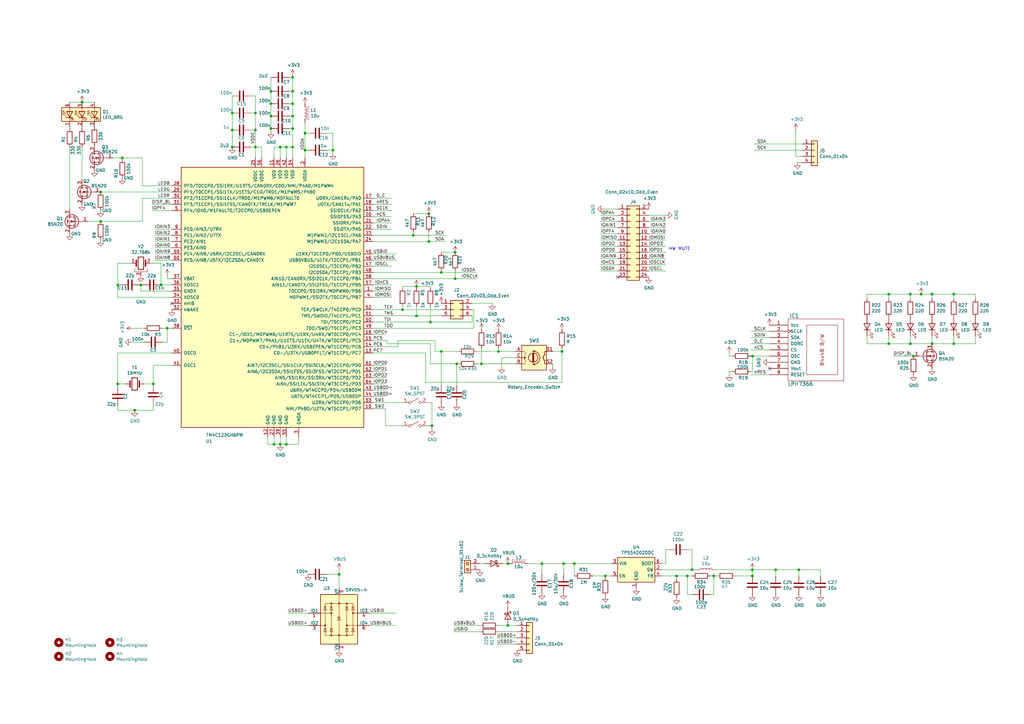
<source format=kicad_sch>
(kicad_sch (version 20211123) (generator eeschema)
  (paper "A3")
  (junction (at 95.25 46.355))
  (junction (at 48.26 157.48))
  (junction (at 382.27 140.97))
  (junction (at 391.16 140.97))
  (junction (at 187.325 149.225))
  (junction (at 175.895 99.06))
  (junction (at 180.975 111.76))
  (junction (at 197.485 149.225))
  (junction (at 177.165 174.625))
  (junction (at 125.095 54.61))
  (junction (at 327.66 233.68))
  (junction (at 186.69 114.3))
  (junction (at 136.525 61.595))
  (junction (at 62.865 157.48))
  (junction (at 33.655 41.91))
  (junction (at 57.785 116.84))
  (junction (at 308.61 233.68))
  (junction (at 139.065 235.585))
  (junction (at 208.28 231.14))
  (junction (at 111.125 52.705))
  (junction (at 117.475 60.325))
  (junction (at 318.135 233.68))
  (junction (at 248.285 236.22))
  (junction (at 231.14 231.14))
  (junction (at 170.815 129.54))
  (junction (at 308.61 146.05))
  (junction (at 391.16 120.65))
  (junction (at 175.895 87.63))
  (junction (at 208.28 256.54))
  (junction (at 50.165 64.77))
  (junction (at 170.815 117.475))
  (junction (at 125.095 61.595))
  (junction (at 95.25 60.325))
  (junction (at 111.125 37.465))
  (junction (at 41.275 78.74))
  (junction (at 283.845 233.68))
  (junction (at 66.04 116.84))
  (junction (at 204.47 144.145))
  (junction (at 41.275 90.805))
  (junction (at 277.495 236.22))
  (junction (at 104.775 53.34))
  (junction (at 104.775 46.355))
  (junction (at 180.975 144.145))
  (junction (at 55.245 168.275))
  (junction (at 235.585 231.14))
  (junction (at 230.505 144.145))
  (junction (at 120.015 37.465))
  (junction (at 120.015 60.325))
  (junction (at 120.015 42.545))
  (junction (at 117.475 182.245))
  (junction (at 112.395 182.245))
  (junction (at 377.825 120.65))
  (junction (at 111.125 42.545))
  (junction (at 165.1 127))
  (junction (at 308.61 236.22))
  (junction (at 292.735 236.22))
  (junction (at 382.27 120.65))
  (junction (at 373.38 140.97))
  (junction (at 114.935 60.325))
  (junction (at 364.49 140.97))
  (junction (at 48.26 116.84))
  (junction (at 373.38 120.65))
  (junction (at 222.25 231.14))
  (junction (at 120.015 31.75))
  (junction (at 114.935 182.245))
  (junction (at 111.125 47.625))
  (junction (at 374.65 146.05))
  (junction (at 364.49 120.65))
  (junction (at 120.015 52.705))
  (junction (at 169.545 96.52))
  (junction (at 95.25 53.34))
  (junction (at 281.94 236.22))
  (junction (at 104.775 60.325))
  (junction (at 68.58 134.62))
  (junction (at 186.69 103.505))
  (junction (at 176.53 132.08))
  (junction (at 120.015 47.625))
  (no_connect (at 315.595 151.13))
  (no_connect (at 253.365 113.665))
  (no_connect (at 70.485 124.46))
  (wire (pts (xy 204.47 144.145) (xy 211.455 144.145)))
  (wire (pts (xy 230.505 142.875) (xy 230.505 144.145)))
  (wire (pts (xy 180.975 111.76) (xy 180.975 111.125)))
  (wire (pts (xy 104.775 60.325) (xy 102.87 60.325)))
  (wire (pts (xy 169.545 96.52) (xy 182.88 96.52)))
  (wire (pts (xy 104.775 39.37) (xy 104.775 46.355)))
  (wire (pts (xy 208.28 256.54) (xy 212.09 256.54)))
  (wire (pts (xy 126.365 61.595) (xy 125.095 61.595)))
  (wire (pts (xy 153.035 116.84) (xy 160.655 116.84)))
  (wire (pts (xy 373.38 120.65) (xy 377.825 120.65)))
  (wire (pts (xy 62.865 157.48) (xy 62.865 158.115)))
  (wire (pts (xy 153.035 119.38) (xy 160.655 119.38)))
  (wire (pts (xy 133.985 235.585) (xy 139.065 235.585)))
  (wire (pts (xy 391.16 120.65) (xy 400.05 120.65)))
  (wire (pts (xy 326.39 64.135) (xy 326.39 53.34)))
  (wire (pts (xy 118.745 37.465) (xy 120.015 37.465)))
  (wire (pts (xy 253.365 108.585) (xy 246.38 108.585)))
  (wire (pts (xy 58.42 81.28) (xy 70.485 81.28)))
  (wire (pts (xy 266.065 98.425) (xy 273.05 98.425)))
  (wire (pts (xy 153.035 96.52) (xy 169.545 96.52)))
  (wire (pts (xy 117.475 60.325) (xy 120.015 60.325)))
  (wire (pts (xy 111.125 52.705) (xy 111.125 47.625)))
  (wire (pts (xy 197.485 142.875) (xy 197.485 149.225)))
  (wire (pts (xy 196.85 256.54) (xy 186.055 256.54)))
  (wire (pts (xy 400.05 140.97) (xy 391.16 140.97)))
  (wire (pts (xy 126.365 251.46) (xy 118.11 251.46)))
  (wire (pts (xy 187.325 158.115) (xy 187.325 149.225)))
  (wire (pts (xy 196.85 231.14) (xy 198.755 231.14)))
  (wire (pts (xy 112.395 64.77) (xy 112.395 60.325)))
  (wire (pts (xy 158.115 174.625) (xy 165.1 174.625)))
  (wire (pts (xy 104.775 60.325) (xy 107.315 60.325)))
  (wire (pts (xy 315.595 146.05) (xy 308.61 146.05)))
  (wire (pts (xy 382.27 137.795) (xy 382.27 140.97)))
  (wire (pts (xy 301.625 236.22) (xy 308.61 236.22)))
  (wire (pts (xy 170.815 129.54) (xy 180.975 129.54)))
  (wire (pts (xy 318.135 233.68) (xy 327.66 233.68)))
  (wire (pts (xy 205.74 146.685) (xy 205.74 150.495)))
  (wire (pts (xy 193.675 132.08) (xy 193.675 129.54)))
  (wire (pts (xy 153.035 160.02) (xy 158.115 160.02)))
  (wire (pts (xy 70.485 99.06) (xy 63.5 99.06)))
  (wire (pts (xy 253.365 90.805) (xy 246.38 90.805)))
  (wire (pts (xy 291.465 243.84) (xy 292.735 243.84)))
  (wire (pts (xy 117.475 179.07) (xy 117.475 182.245)))
  (wire (pts (xy 177.165 174.625) (xy 177.165 175.895)))
  (wire (pts (xy 62.865 149.86) (xy 62.865 157.48)))
  (wire (pts (xy 308.61 236.22) (xy 308.61 233.68)))
  (wire (pts (xy 70.485 144.78) (xy 48.26 144.78)))
  (wire (pts (xy 235.585 231.14) (xy 235.585 236.22)))
  (wire (pts (xy 70.485 149.86) (xy 62.865 149.86)))
  (wire (pts (xy 300.355 146.05) (xy 299.085 146.05)))
  (wire (pts (xy 273.05 225.425) (xy 274.32 225.425)))
  (wire (pts (xy 194.31 134.62) (xy 194.31 127)))
  (wire (pts (xy 70.485 121.92) (xy 48.26 121.92)))
  (wire (pts (xy 48.26 168.275) (xy 55.245 168.275)))
  (wire (pts (xy 153.035 132.08) (xy 176.53 132.08)))
  (wire (pts (xy 139.065 235.585) (xy 139.065 241.3)))
  (wire (pts (xy 95.25 39.37) (xy 95.25 46.355)))
  (wire (pts (xy 114.935 60.325) (xy 117.475 60.325)))
  (wire (pts (xy 382.27 122.555) (xy 382.27 120.65)))
  (wire (pts (xy 153.035 81.28) (xy 160.655 81.28)))
  (wire (pts (xy 186.69 114.3) (xy 186.69 111.125)))
  (wire (pts (xy 315.595 138.43) (xy 307.975 138.43)))
  (wire (pts (xy 158.115 167.64) (xy 158.115 174.625)))
  (wire (pts (xy 33.655 52.705) (xy 33.655 52.07)))
  (wire (pts (xy 180.975 111.76) (xy 195.58 111.76)))
  (wire (pts (xy 28.575 41.91) (xy 33.655 41.91)))
  (wire (pts (xy 177.165 174.625) (xy 177.165 165.1)))
  (wire (pts (xy 162.56 256.54) (xy 151.765 256.54)))
  (wire (pts (xy 163.195 142.24) (xy 163.195 139.7)))
  (wire (pts (xy 48.26 116.84) (xy 48.26 107.95)))
  (wire (pts (xy 58.42 90.805) (xy 58.42 81.28)))
  (wire (pts (xy 169.545 87.63) (xy 175.895 87.63)))
  (wire (pts (xy 36.195 90.805) (xy 41.275 90.805)))
  (wire (pts (xy 162.56 251.46) (xy 151.765 251.46)))
  (wire (pts (xy 51.435 157.48) (xy 48.26 157.48)))
  (wire (pts (xy 315.595 140.97) (xy 307.975 140.97)))
  (wire (pts (xy 122.555 182.245) (xy 122.555 179.07)))
  (wire (pts (xy 120.015 31.115) (xy 120.015 31.75)))
  (wire (pts (xy 308.61 152.4) (xy 308.61 146.05)))
  (wire (pts (xy 250.825 236.22) (xy 248.285 236.22)))
  (wire (pts (xy 176.53 149.225) (xy 187.325 149.225)))
  (wire (pts (xy 283.845 236.22) (xy 281.94 236.22)))
  (wire (pts (xy 211.455 146.685) (xy 205.74 146.685)))
  (wire (pts (xy 49.53 116.84) (xy 48.26 116.84)))
  (wire (pts (xy 169.545 95.25) (xy 169.545 96.52)))
  (wire (pts (xy 120.015 42.545) (xy 120.015 47.625)))
  (wire (pts (xy 153.035 121.92) (xy 160.655 121.92)))
  (wire (pts (xy 111.125 47.625) (xy 111.125 42.545)))
  (wire (pts (xy 70.485 86.36) (xy 62.23 86.36)))
  (wire (pts (xy 315.595 135.89) (xy 307.975 135.89)))
  (wire (pts (xy 163.195 139.7) (xy 178.435 139.7)))
  (wire (pts (xy 299.085 146.05) (xy 299.085 144.78)))
  (wire (pts (xy 153.035 139.7) (xy 158.75 139.7)))
  (wire (pts (xy 102.87 46.355) (xy 104.775 46.355)))
  (wire (pts (xy 153.035 106.68) (xy 162.56 106.68)))
  (wire (pts (xy 299.085 152.4) (xy 299.085 153.67)))
  (wire (pts (xy 266.065 88.265) (xy 273.05 88.265)))
  (wire (pts (xy 318.135 233.68) (xy 318.135 236.22)))
  (wire (pts (xy 165.1 127) (xy 180.975 127)))
  (wire (pts (xy 158.75 139.7) (xy 158.75 140.97)))
  (wire (pts (xy 153.035 129.54) (xy 170.815 129.54)))
  (wire (pts (xy 355.6 137.795) (xy 355.6 140.97)))
  (wire (pts (xy 102.87 53.34) (xy 104.775 53.34)))
  (wire (pts (xy 266.065 111.125) (xy 273.05 111.125)))
  (wire (pts (xy 187.325 149.225) (xy 187.96 149.225)))
  (wire (pts (xy 28.575 52.705) (xy 28.575 52.07)))
  (wire (pts (xy 253.365 95.885) (xy 246.38 95.885)))
  (wire (pts (xy 50.165 65.405) (xy 50.165 64.77)))
  (wire (pts (xy 33.655 73.66) (xy 33.655 60.325)))
  (wire (pts (xy 377.825 120.65) (xy 382.27 120.65)))
  (wire (pts (xy 158.75 140.97) (xy 176.53 140.97)))
  (wire (pts (xy 61.595 107.95) (xy 66.04 107.95)))
  (wire (pts (xy 118.745 42.545) (xy 120.015 42.545)))
  (wire (pts (xy 231.14 235.585) (xy 231.14 231.14)))
  (wire (pts (xy 266.065 93.345) (xy 273.05 93.345)))
  (wire (pts (xy 126.365 54.61) (xy 125.095 54.61)))
  (wire (pts (xy 58.42 76.2) (xy 70.485 76.2)))
  (wire (pts (xy 133.985 61.595) (xy 136.525 61.595)))
  (wire (pts (xy 111.125 42.545) (xy 111.125 37.465)))
  (wire (pts (xy 328.93 66.675) (xy 327.025 66.675)))
  (wire (pts (xy 153.035 152.4) (xy 158.115 152.4)))
  (wire (pts (xy 226.695 149.225) (xy 226.695 150.495)))
  (wire (pts (xy 315.595 153.67) (xy 307.975 153.67)))
  (wire (pts (xy 153.035 137.16) (xy 158.115 137.16)))
  (wire (pts (xy 253.365 88.265) (xy 246.38 88.265)))
  (wire (pts (xy 153.035 88.9) (xy 160.655 88.9)))
  (wire (pts (xy 117.475 64.77) (xy 117.475 60.325)))
  (wire (pts (xy 70.485 104.14) (xy 63.5 104.14)))
  (wire (pts (xy 153.035 165.1) (xy 165.1 165.1)))
  (wire (pts (xy 153.035 104.14) (xy 162.56 104.14)))
  (wire (pts (xy 104.775 46.355) (xy 104.775 53.34)))
  (wire (pts (xy 196.85 259.08) (xy 186.055 259.08)))
  (wire (pts (xy 55.245 168.275) (xy 62.865 168.275)))
  (wire (pts (xy 50.165 64.77) (xy 58.42 64.77)))
  (wire (pts (xy 327.66 233.68) (xy 336.55 233.68)))
  (wire (pts (xy 222.25 231.14) (xy 222.25 235.585)))
  (wire (pts (xy 136.525 54.61) (xy 136.525 61.595)))
  (wire (pts (xy 48.26 166.37) (xy 48.26 168.275)))
  (wire (pts (xy 104.775 53.34) (xy 104.775 60.325)))
  (wire (pts (xy 266.065 108.585) (xy 273.05 108.585)))
  (wire (pts (xy 283.845 233.68) (xy 283.845 225.425)))
  (wire (pts (xy 70.485 96.52) (xy 63.5 96.52)))
  (wire (pts (xy 114.935 179.07) (xy 114.935 182.245)))
  (wire (pts (xy 266.065 90.805) (xy 273.05 90.805)))
  (wire (pts (xy 300.355 152.4) (xy 299.085 152.4)))
  (wire (pts (xy 308.61 233.68) (xy 318.135 233.68)))
  (wire (pts (xy 165.1 117.475) (xy 170.815 117.475)))
  (wire (pts (xy 118.745 31.75) (xy 120.015 31.75)))
  (wire (pts (xy 364.49 137.795) (xy 364.49 140.97)))
  (wire (pts (xy 212.09 261.62) (xy 203.835 261.62)))
  (wire (pts (xy 120.015 47.625) (xy 120.015 52.705)))
  (wire (pts (xy 117.475 182.245) (xy 122.555 182.245)))
  (wire (pts (xy 186.69 114.3) (xy 195.58 114.3)))
  (wire (pts (xy 271.145 231.14) (xy 273.05 231.14)))
  (wire (pts (xy 70.485 101.6) (xy 63.5 101.6)))
  (wire (pts (xy 62.865 168.275) (xy 62.865 165.735)))
  (wire (pts (xy 266.065 95.885) (xy 273.05 95.885)))
  (wire (pts (xy 391.16 122.555) (xy 391.16 120.65)))
  (wire (pts (xy 208.28 231.14) (xy 206.375 231.14)))
  (wire (pts (xy 59.055 157.48) (xy 62.865 157.48)))
  (wire (pts (xy 153.035 134.62) (xy 194.31 134.62)))
  (wire (pts (xy 283.845 243.84) (xy 281.94 243.84)))
  (wire (pts (xy 180.975 103.505) (xy 186.69 103.505)))
  (wire (pts (xy 118.745 47.625) (xy 120.015 47.625)))
  (wire (pts (xy 327.66 233.68) (xy 327.66 236.22)))
  (wire (pts (xy 153.035 109.22) (xy 160.655 109.22)))
  (wire (pts (xy 136.525 61.595) (xy 136.525 62.865)))
  (wire (pts (xy 120.015 52.705) (xy 120.015 60.325)))
  (wire (pts (xy 48.26 144.78) (xy 48.26 157.48)))
  (wire (pts (xy 54.61 134.62) (xy 59.055 134.62)))
  (wire (pts (xy 193.675 124.46) (xy 201.93 124.46)))
  (wire (pts (xy 170.815 125.73) (xy 170.815 129.54)))
  (wire (pts (xy 277.495 236.22) (xy 271.145 236.22)))
  (wire (pts (xy 153.035 111.76) (xy 180.975 111.76)))
  (wire (pts (xy 58.42 64.77) (xy 58.42 76.2)))
  (wire (pts (xy 125.095 61.595) (xy 125.095 64.77)))
  (wire (pts (xy 178.435 144.145) (xy 180.975 144.145)))
  (wire (pts (xy 373.38 122.555) (xy 373.38 120.65)))
  (wire (pts (xy 373.38 140.97) (xy 382.27 140.97)))
  (wire (pts (xy 174.625 156.845) (xy 230.505 156.845)))
  (wire (pts (xy 285.75 233.68) (xy 283.845 233.68)))
  (wire (pts (xy 95.25 60.325) (xy 95.25 53.34)))
  (wire (pts (xy 46.355 64.77) (xy 50.165 64.77)))
  (wire (pts (xy 177.165 165.1) (xy 175.26 165.1)))
  (wire (pts (xy 204.47 142.875) (xy 204.47 144.145)))
  (wire (pts (xy 153.035 99.06) (xy 175.895 99.06)))
  (wire (pts (xy 266.065 100.965) (xy 273.05 100.965)))
  (wire (pts (xy 153.035 83.82) (xy 160.655 83.82)))
  (wire (pts (xy 266.065 106.045) (xy 273.05 106.045)))
  (wire (pts (xy 174.625 144.78) (xy 174.625 156.845)))
  (wire (pts (xy 153.035 93.98) (xy 160.655 93.98)))
  (wire (pts (xy 68.58 134.62) (xy 70.485 134.62)))
  (wire (pts (xy 120.015 31.75) (xy 120.015 37.465)))
  (wire (pts (xy 315.595 143.51) (xy 307.975 143.51)))
  (wire (pts (xy 70.485 114.3) (xy 68.58 114.3)))
  (wire (pts (xy 400.05 120.65) (xy 400.05 122.555)))
  (wire (pts (xy 41.275 78.74) (xy 70.485 78.74)))
  (wire (pts (xy 364.49 122.555) (xy 364.49 120.65)))
  (wire (pts (xy 176.53 125.73) (xy 176.53 132.08)))
  (wire (pts (xy 153.035 167.64) (xy 158.115 167.64)))
  (wire (pts (xy 170.815 117.475) (xy 176.53 117.475)))
  (wire (pts (xy 308.61 146.05) (xy 307.975 146.05)))
  (wire (pts (xy 307.975 152.4) (xy 308.61 152.4)))
  (wire (pts (xy 281.94 243.84) (xy 281.94 236.22)))
  (wire (pts (xy 175.895 95.25) (xy 175.895 99.06)))
  (wire (pts (xy 125.095 54.61) (xy 125.095 61.595)))
  (wire (pts (xy 273.05 231.14) (xy 273.05 225.425)))
  (wire (pts (xy 114.935 182.245) (xy 117.475 182.245)))
  (wire (pts (xy 70.485 119.38) (xy 57.785 119.38)))
  (wire (pts (xy 175.26 174.625) (xy 177.165 174.625)))
  (wire (pts (xy 153.035 86.36) (xy 160.655 86.36)))
  (wire (pts (xy 153.035 142.24) (xy 163.195 142.24)))
  (wire (pts (xy 197.485 149.225) (xy 211.455 149.225)))
  (wire (pts (xy 153.035 157.48) (xy 158.115 157.48)))
  (wire (pts (xy 70.485 83.82) (xy 62.23 83.82)))
  (wire (pts (xy 170.815 117.475) (xy 170.815 118.11)))
  (wire (pts (xy 57.785 119.38) (xy 57.785 116.84)))
  (wire (pts (xy 373.38 137.795) (xy 373.38 140.97)))
  (wire (pts (xy 271.145 233.68) (xy 283.845 233.68)))
  (wire (pts (xy 230.505 156.845) (xy 230.505 144.145)))
  (wire (pts (xy 33.655 41.91) (xy 38.735 41.91)))
  (wire (pts (xy 48.26 121.92) (xy 48.26 116.84)))
  (wire (pts (xy 253.365 93.345) (xy 246.38 93.345)))
  (wire (pts (xy 118.745 52.705) (xy 120.015 52.705)))
  (wire (pts (xy 48.26 157.48) (xy 48.26 158.75)))
  (wire (pts (xy 364.49 120.65) (xy 373.38 120.65)))
  (wire (pts (xy 253.365 111.125) (xy 246.38 111.125)))
  (wire (pts (xy 120.015 37.465) (xy 120.015 42.545)))
  (wire (pts (xy 68.58 140.335) (xy 68.58 134.62)))
  (wire (pts (xy 175.895 99.06) (xy 182.88 99.06)))
  (wire (pts (xy 111.125 37.465) (xy 111.125 31.75)))
  (wire (pts (xy 66.675 134.62) (xy 68.58 134.62)))
  (wire (pts (xy 107.315 60.325) (xy 107.315 64.77)))
  (wire (pts (xy 355.6 140.97) (xy 364.49 140.97)))
  (wire (pts (xy 109.855 182.245) (xy 112.395 182.245)))
  (wire (pts (xy 41.275 90.805) (xy 58.42 90.805)))
  (wire (pts (xy 70.485 106.68) (xy 63.5 106.68)))
  (wire (pts (xy 95.25 53.34) (xy 95.25 46.355)))
  (wire (pts (xy 165.1 125.73) (xy 165.1 127)))
  (wire (pts (xy 248.285 236.22) (xy 243.205 236.22)))
  (wire (pts (xy 355.6 120.65) (xy 364.49 120.65)))
  (wire (pts (xy 120.015 64.77) (xy 120.015 60.325)))
  (wire (pts (xy 53.975 140.335) (xy 59.055 140.335)))
  (wire (pts (xy 248.285 236.855) (xy 248.285 236.22)))
  (wire (pts (xy 253.365 106.045) (xy 246.38 106.045)))
  (wire (pts (xy 309.245 59.055) (xy 328.93 59.055)))
  (wire (pts (xy 66.675 140.335) (xy 68.58 140.335)))
  (wire (pts (xy 28.575 85.725) (xy 28.575 60.325)))
  (wire (pts (xy 266.065 103.505) (xy 273.05 103.505)))
  (wire (pts (xy 253.365 103.505) (xy 246.38 103.505)))
  (wire (pts (xy 336.55 233.68) (xy 336.55 236.22)))
  (wire (pts (xy 195.58 149.225) (xy 197.485 149.225)))
  (wire (pts (xy 153.035 91.44) (xy 160.655 91.44)))
  (wire (pts (xy 57.785 116.84) (xy 57.15 116.84)))
  (wire (pts (xy 139.065 233.68) (xy 139.065 235.585)))
  (wire (pts (xy 253.365 98.425) (xy 246.38 98.425)))
  (wire (pts (xy 216.535 231.14) (xy 222.25 231.14)))
  (wire (pts (xy 400.05 137.795) (xy 400.05 140.97)))
  (wire (pts (xy 102.87 39.37) (xy 104.775 39.37)))
  (wire (pts (xy 153.035 144.78) (xy 174.625 144.78)))
  (wire (pts (xy 195.58 144.145) (xy 204.47 144.145)))
  (wire (pts (xy 112.395 60.325) (xy 114.935 60.325)))
  (wire (pts (xy 309.245 61.595) (xy 328.93 61.595)))
  (wire (pts (xy 112.395 182.245) (xy 114.935 182.245)))
  (wire (pts (xy 153.035 154.94) (xy 158.115 154.94)))
  (wire (pts (xy 231.14 231.14) (xy 222.25 231.14)))
  (wire (pts (xy 153.035 127) (xy 165.1 127)))
  (wire (pts (xy 53.975 107.95) (xy 48.26 107.95)))
  (wire (pts (xy 277.495 237.49) (xy 277.495 236.22)))
  (wire (pts (xy 250.825 231.14) (xy 235.585 231.14)))
  (wire (pts (xy 176.53 117.475) (xy 176.53 118.11)))
  (wire (pts (xy 153.035 162.56) (xy 158.115 162.56)))
  (wire (pts (xy 294.005 236.22) (xy 292.735 236.22)))
  (wire (pts (xy 212.09 264.16) (xy 203.835 264.16)))
  (wire (pts (xy 364.49 140.97) (xy 373.38 140.97)))
  (wire (pts (xy 109.855 179.07) (xy 109.855 182.245)))
  (wire (pts (xy 355.6 122.555) (xy 355.6 120.65)))
  (wire (pts (xy 180.975 158.115) (xy 180.975 144.145)))
  (wire (pts (xy 68.58 114.3) (xy 68.58 113.03)))
  (wire (pts (xy 111.125 53.975) (xy 111.125 52.705)))
  (wire (pts (xy 283.845 225.425) (xy 281.94 225.425)))
  (wire (pts (xy 247.65 85.725) (xy 253.365 85.725)))
  (wire (pts (xy 153.035 149.86) (xy 158.115 149.86)))
  (wire (pts (xy 165.1 118.11) (xy 165.1 117.475)))
  (wire (pts (xy 58.42 116.84) (xy 57.785 116.84)))
  (wire (pts (xy 374.65 146.05) (xy 366.395 146.05)))
  (wire (pts (xy 391.16 137.795) (xy 391.16 140.97)))
  (wire (pts (xy 112.395 179.07) (xy 112.395 182.245)))
  (wire (pts (xy 292.735 243.84) (xy 292.735 236.22)))
  (wire (pts (xy 125.095 50.165) (xy 125.095 54.61)))
  (wire (pts (xy 66.04 116.84) (xy 66.04 107.95)))
  (wire (pts (xy 133.985 54.61) (xy 136.525 54.61)))
  (wire (pts (xy 104.775 64.77) (xy 104.775 60.325)))
  (wire (pts (xy 180.975 144.145) (xy 187.96 144.145)))
  (wire (pts (xy 293.37 233.68) (xy 308.61 233.68)))
  (wire (pts (xy 253.365 100.965) (xy 246.38 100.965)))
  (wire (pts (xy 391.16 140.97) (xy 382.27 140.97)))
  (wire (pts (xy 176.53 132.08) (xy 193.675 132.08)))
  (wire (pts (xy 70.485 93.98) (xy 63.5 93.98)))
  (wire (pts (xy 292.735 236.22) (xy 291.465 236.22)))
  (wire (pts (xy 126.365 256.54) (xy 118.11 256.54)))
  (wire (pts (xy 194.31 127) (xy 193.675 127)))
  (wire (pts (xy 382.27 120.65) (xy 391.16 120.65)))
  (wire (pts (xy 178.435 139.7) (xy 178.435 144.145)))
  (wire (pts (xy 70.485 116.84) (xy 66.04 116.84)))
  (wire (pts (xy 114.935 64.77) (xy 114.935 60.325)))
  (wire (pts (xy 204.47 259.08) (xy 212.09 259.08)))
  (wire (pts (xy 328.93 64.135) (xy 326.39 64.135)))
  (wire (pts (xy 153.035 114.3) (xy 186.69 114.3)))
  (wire (pts (xy 281.94 236.22) (xy 277.495 236.22)))
  (wire (pts (xy 176.53 140.97) (xy 176.53 149.225)))
  (wire (pts (xy 208.915 231.14) (xy 208.28 231.14)))
  (wire (pts (xy 231.14 231.14) (xy 235.585 231.14)))
  (wire (pts (xy 204.47 256.54) (xy 208.28 256.54)))
  (wire (pts (xy 230.505 144.145) (xy 226.695 144.145)))
  (text "HW MUTE" (at 274.32 102.87 0) (effects (font (size 1.27 1.27)) (justify left bottom)))
  (label "DISP_BL" (at 62.23 83.82 0))
  (label "IOMISO" (at 246.38 98.425 0))
  (label "IOPD3" (at 153.035 157.48 0))
  (label "nCS" (at 154.305 88.9 0))
  (label "IOMOSI" (at 266.065 98.425 0))
  (label "IOPD0" (at 246.38 103.505 0))
  (label "VDDA" (at 125.095 61.595 90))
  (label "USBVBUS" (at 151.765 256.54 0))
  (label "SDA" (at 310.515 59.055 0))
  (label "VDDC" (at 104.775 59.055 90))
  (label "D_C" (at 154.305 81.28 0))
  (label "TCK" (at 157.48 127 0))
  (label "IOSDA" (at 246.38 111.125 0))
  (label "nCS" (at 309.245 143.51 0))
  (label "nRES" (at 309.245 153.67 0))
  (label "IOPF4" (at 246.38 95.885 0))
  (label "IOPC4" (at 153.035 137.16 0))
  (label "USB0D-" (at 153.035 160.02 0))
  (label "IOAIN2" (at 266.7 93.345 0))
  (label "IOAIN2" (at 63.5 96.52 0))
  (label "TDO" (at 157.48 134.62 0))
  (label "IOAIN9" (at 63.5 104.14 0))
  (label "IOPC4" (at 246.38 90.805 0))
  (label "SCLK" (at 154.305 86.36 0))
  (label "DISP_BL" (at 366.395 146.05 0))
  (label "LEDG" (at 64.77 78.74 0))
  (label "TDI" (at 157.48 132.08 0))
  (label "IOPA4" (at 246.38 88.265 0))
  (label "SW1" (at 153.67 165.1 0))
  (label "IOPD1" (at 266.065 103.505 0))
  (label "SW2" (at 153.67 167.64 0))
  (label "IOPA4" (at 154.305 91.44 0))
  (label "IOSCLK" (at 189.23 114.3 0))
  (label "IOAIN1" (at 63.5 99.06 0))
  (label "IOPD3" (at 266.065 100.965 0))
  (label "SCK" (at 178.435 96.52 0))
  (label "USBID" (at 153.035 104.14 0))
  (label "USBID" (at 151.765 251.46 0))
  (label "D_C" (at 309.245 140.97 0))
  (label "USBID" (at 186.055 259.08 0))
  (label "nRES" (at 154.305 83.82 0))
  (label "IOAIN8" (at 266.065 106.045 0))
  (label "IOPD2" (at 246.38 100.965 0))
  (label "SDIN" (at 154.305 93.98 0))
  (label "USBVBUS" (at 186.055 256.54 0))
  (label "USB0D-" (at 203.835 264.16 0))
  (label "IOAIN3" (at 63.5 93.98 0))
  (label "IOSCLK" (at 266.065 108.585 0))
  (label "USB0D+" (at 153.035 162.56 0))
  (label "IOnCS" (at 153.67 116.84 0))
  (label "PC6" (at 153.035 142.24 0))
  (label "IOAIN3" (at 266.7 90.805 0))
  (label "IOAIN8" (at 63.5 106.68 0))
  (label "IOPD0" (at 153.035 149.86 0))
  (label "IOMOSI" (at 153.67 121.92 0))
  (label "IOAIN0" (at 63.5 101.6 0))
  (label "USB0D-" (at 118.11 251.46 0))
  (label "LEDB" (at 64.77 76.2 0))
  (label "LEDR" (at 64.77 81.28 0))
  (label "IOMISO" (at 153.67 119.38 0))
  (label "USB0D+" (at 203.835 261.62 0))
  (label "USBVBUS" (at 153.035 106.68 0))
  (label "IOAIN0" (at 266.7 95.885 0))
  (label "IOAIN9" (at 246.38 106.045 0))
  (label "IOPD1" (at 153.035 152.4 0))
  (label "IOPD2" (at 153.035 154.94 0))
  (label "SDIN" (at 309.245 138.43 0))
  (label "TMS" (at 157.48 129.54 0))
  (label "SCK" (at 310.515 61.595 0))
  (label "USB0D+" (at 118.11 256.54 0))
  (label "PC7" (at 153.035 144.78 0))
  (label "PC5" (at 153.035 139.7 0))
  (label "IOSCL" (at 153.67 109.22 0))
  (label "IOPF4" (at 62.23 86.36 0))
  (label "IOSCL" (at 266.065 111.125 0))
  (label "SCLK" (at 309.245 135.89 0))
  (label "IOnCS" (at 246.38 108.585 0))
  (label "IOSDA" (at 189.23 111.76 0))
  (label "IOAIN1" (at 246.38 93.345 0))
  (label "SDA" (at 178.435 99.06 0))
  (symbol (lib_id "sound_card_ctl-rescue:TM4C123GH6PM-tms320f") (at 109.855 124.46 0) (unit 1)
    (property "Reference" "U1" (at 85.725 180.975 0))
    (property "Value" "TM4C123GH6PM" (at 92.075 178.435 0))
    (property "Footprint" "Package_QFP:LQFP-64_10x10mm_P0.5mm" (effects hide))
    (property "Datasheet" "http://www.ti.com/lit/ds/symlink/tm4c123gh6pmc3pm.pdf" (effects hide))
  )
  (symbol (lib_id "power:GND") (at 114.935 182.245 0) (unit 1)
    (property "Reference" "#PWR02" (effects hide))
    (property "Value" "GND" (at 115.062 186.6392 0))
  )
  (symbol (lib_id "Device:C") (at 99.06 60.325 270) (unit 1)
    (property "Reference" "C1" (at 99.06 63.5 90))
    (property "Value" "2u2" (at 92.075 59.69 90))
    (property "Footprint" "Capacitor_SMD:C_0603_1608Metric_Pad1.08x0.95mm_HandSolder" (effects hide))
  )
  (symbol (lib_id "power:+3.3V") (at 120.015 31.115 0) (unit 1)
    (property "Reference" "#PWR08" (effects hide))
    (property "Value" "+3.3V" (at 120.396 26.7208 0))
  )
  (symbol (lib_id "power:GND") (at 95.25 60.325 0) (unit 1)
    (property "Reference" "#PWR01" (effects hide))
    (property "Value" "GND" (at 95.377 64.7192 0))
  )
  (symbol (lib_id "sound_card_ctl-rescue:L_Core_Ferrite-Device") (at 125.095 46.355 0) (unit 1)
    (property "Reference" "L1" (at 127.3302 45.1866 0) (effects (justify left)))
    (property "Value" "10u" (at 127.3302 47.498 0) (effects (justify left)))
    (property "Footprint" "Inductor_SMD:L_0603_1608Metric_Pad1.05x0.95mm_HandSolder" (effects hide))
  )
  (symbol (lib_id "Device:C") (at 130.175 61.595 270) (unit 1)
    (property "Reference" "C12" (at 132.715 63.5 90))
    (property "Value" "1u" (at 132.715 59.69 90))
    (property "Footprint" "Capacitor_SMD:C_0603_1608Metric_Pad1.08x0.95mm_HandSolder" (effects hide))
  )
  (symbol (lib_id "power:GND") (at 136.525 62.865 0) (unit 1)
    (property "Reference" "#PWR010" (effects hide))
    (property "Value" "GND" (at 136.652 67.2592 0))
  )
  (symbol (lib_id "power:+3.3V") (at 125.095 42.545 0) (unit 1)
    (property "Reference" "#PWR09" (effects hide))
    (property "Value" "+3.3V" (at 125.476 38.1508 0))
  )
  (symbol (lib_id "Device:C") (at 99.06 53.34 270) (unit 1)
    (property "Reference" "C6" (at 99.06 56.515 90))
    (property "Value" "1u" (at 92.71 52.07 90))
    (property "Footprint" "Capacitor_SMD:C_0603_1608Metric_Pad1.08x0.95mm_HandSolder" (effects hide))
  )
  (symbol (lib_id "Device:C") (at 99.06 46.355 270) (unit 1)
    (property "Reference" "C5" (at 99.06 49.53 90))
    (property "Value" "100n" (at 92.71 45.085 90))
    (property "Footprint" "Capacitor_SMD:C_0603_1608Metric_Pad1.08x0.95mm_HandSolder" (effects hide))
  )
  (symbol (lib_id "Device:C") (at 114.935 42.545 270) (unit 1)
    (property "Reference" "C9" (at 117.475 44.45 90))
    (property "Value" "100n" (at 108.585 41.275 90))
    (property "Footprint" "Capacitor_SMD:C_0603_1608Metric_Pad1.08x0.95mm_HandSolder" (effects hide))
  )
  (symbol (lib_id "Device:C") (at 114.935 47.625 270) (unit 1)
    (property "Reference" "C10" (at 117.475 49.53 90))
    (property "Value" "100n" (at 108.585 46.355 90))
    (property "Footprint" "Capacitor_SMD:C_0603_1608Metric_Pad1.08x0.95mm_HandSolder" (effects hide))
  )
  (symbol (lib_id "Device:C") (at 114.935 52.705 270) (unit 1)
    (property "Reference" "C11" (at 117.475 54.61 90))
    (property "Value" "100n" (at 108.585 51.435 90))
    (property "Footprint" "Capacitor_SMD:C_0603_1608Metric_Pad1.08x0.95mm_HandSolder" (effects hide))
  )
  (symbol (lib_id "Device:C") (at 114.935 37.465 270) (unit 1)
    (property "Reference" "C8" (at 117.475 39.37 90))
    (property "Value" "100n" (at 108.585 36.195 90))
    (property "Footprint" "Capacitor_SMD:C_0603_1608Metric_Pad1.08x0.95mm_HandSolder" (effects hide))
  )
  (symbol (lib_id "Device:C") (at 114.935 31.75 270) (unit 1)
    (property "Reference" "C7" (at 117.475 33.655 90))
    (property "Value" "2u2" (at 107.95 31.115 90))
    (property "Footprint" "Capacitor_SMD:C_0603_1608Metric_Pad1.08x0.95mm_HandSolder" (effects hide))
  )
  (symbol (lib_id "power:GND") (at 111.125 53.975 0) (unit 1)
    (property "Reference" "#PWR07" (effects hide))
    (property "Value" "GND" (at 111.252 58.3692 0))
  )
  (symbol (lib_id "Device:C") (at 62.865 140.335 270) (unit 1)
    (property "Reference" "C3" (at 62.865 143.51 90))
    (property "Value" "100n" (at 56.515 139.065 90))
    (property "Footprint" "Capacitor_SMD:C_0603_1608Metric_Pad1.08x0.95mm_HandSolder" (effects hide))
  )
  (symbol (lib_id "power:+3.3V") (at 68.58 113.03 0) (unit 1)
    (property "Reference" "#PWR06" (effects hide))
    (property "Value" "+3.3V" (at 68.961 108.6358 0))
  )
  (symbol (lib_id "Device:R") (at 62.865 134.62 270) (unit 1)
    (property "Reference" "R3" (at 64.77 137.16 90))
    (property "Value" "10k" (at 59.69 137.16 90))
    (property "Footprint" "Resistor_SMD:R_0603_1608Metric_Pad0.98x0.95mm_HandSolder" (effects hide))
  )
  (symbol (lib_id "power:+3.3V") (at 54.61 134.62 90) (unit 1)
    (property "Reference" "#PWR05" (effects hide))
    (property "Value" "+3.3V" (at 50.2158 134.239 0))
  )
  (symbol (lib_id "power:GND") (at 53.975 140.335 270) (unit 1)
    (property "Reference" "#PWR03" (effects hide))
    (property "Value" "GND" (at 49.5808 140.462 0))
  )
  (symbol (lib_id "Device:C") (at 48.26 162.56 0) (unit 1)
    (property "Reference" "C2" (at 51.435 162.56 90))
    (property "Value" "22p" (at 45.72 165.735 0))
    (property "Footprint" "Capacitor_SMD:C_0603_1608Metric_Pad1.08x0.95mm_HandSolder" (effects hide))
  )
  (symbol (lib_id "Device:C") (at 62.865 161.925 0) (unit 1)
    (property "Reference" "C4" (at 66.04 161.925 90))
    (property "Value" "22p" (at 65.405 165.735 0))
    (property "Footprint" "Capacitor_SMD:C_0603_1608Metric_Pad1.08x0.95mm_HandSolder" (effects hide))
  )
  (symbol (lib_id "Device:Crystal") (at 55.245 157.48 0) (unit 1)
    (property "Reference" "Y1" (at 55.245 150.6728 0))
    (property "Value" "16MHz" (at 55.245 152.9842 0))
    (property "Footprint" "Crystal:Crystal_SMD_5032-2Pin_5.0x3.2mm_HandSoldering" (effects hide))
  )
  (symbol (lib_id "power:GND") (at 55.245 168.275 0) (unit 1)
    (property "Reference" "#PWR04" (effects hide))
    (property "Value" "GND" (at 55.372 172.6692 0))
  )
  (symbol (lib_id "power:+3.3V") (at 180.975 124.46 0) (unit 1)
    (property "Reference" "#PWR0101" (effects hide))
    (property "Value" "+3.3V" (at 180.975 118.745 90))
  )
  (symbol (lib_id "power:GND") (at 201.93 124.46 0) (unit 1)
    (property "Reference" "#PWR0102" (effects hide))
    (property "Value" "GND" (at 202.057 128.8542 0))
  )
  (symbol (lib_id "Device:Crystal_GND3") (at 57.785 107.95 0) (unit 1)
    (property "Reference" "Y2" (at 57.785 101.1428 0))
    (property "Value" "32.768k" (at 57.785 103.4542 0))
    (property "Footprint" "Crystal:Crystal_C26-LF_D2.1mm_L6.5mm_Horizontal_1EP_style2" (effects hide))
  )
  (symbol (lib_id "Device:C") (at 62.23 116.84 270) (unit 1)
    (property "Reference" "C14" (at 65.405 118.11 90))
    (property "Value" "22p" (at 62.23 113.03 90))
    (property "Footprint" "Capacitor_SMD:C_0603_1608Metric_Pad1.08x0.95mm_HandSolder" (effects hide))
  )
  (symbol (lib_id "Device:C") (at 53.34 116.84 270) (unit 1)
    (property "Reference" "C13" (at 50.165 118.11 90))
    (property "Value" "22p" (at 53.34 113.03 90))
    (property "Footprint" "Capacitor_SMD:C_0603_1608Metric_Pad1.08x0.95mm_HandSolder" (effects hide))
  )
  (symbol (lib_id "Device:C") (at 222.25 239.395 0) (unit 1)
    (property "Reference" "C17" (at 225.425 239.395 90))
    (property "Value" "100n/30V" (at 219.075 239.395 90))
    (property "Footprint" "Capacitor_SMD:C_1206_3216Metric_Pad1.33x1.80mm_HandSolder" (effects hide))
  )
  (symbol (lib_id "power:GND") (at 222.25 243.205 0) (unit 1)
    (property "Reference" "#PWR0110" (effects hide))
    (property "Value" "GND" (at 222.377 247.5992 0))
  )
  (symbol (lib_id "Device:C") (at 130.175 54.61 270) (unit 1)
    (property "Reference" "C16" (at 132.715 56.515 90))
    (property "Value" "10n" (at 133.35 52.705 90))
    (property "Footprint" "Capacitor_SMD:C_0603_1608Metric_Pad1.08x0.95mm_HandSolder" (effects hide))
  )
  (symbol (lib_id "Device:C") (at 99.06 39.37 270) (unit 1)
    (property "Reference" "C15" (at 99.06 42.545 90))
    (property "Value" "100n" (at 92.71 38.1 90))
    (property "Footprint" "Capacitor_SMD:C_0603_1608Metric_Pad1.08x0.95mm_HandSolder" (effects hide))
  )
  (symbol (lib_id "Device:R") (at 165.1 121.92 0) (unit 1)
    (property "Reference" "R2" (at 167.64 120.015 90))
    (property "Value" "1k" (at 167.64 125.095 90))
    (property "Footprint" "Resistor_SMD:R_0603_1608Metric_Pad0.98x0.95mm_HandSolder" (effects hide))
  )
  (symbol (lib_id "Device:R") (at 170.815 121.92 0) (unit 1)
    (property "Reference" "R5" (at 173.355 120.015 90))
    (property "Value" "1k" (at 173.355 125.095 90))
    (property "Footprint" "Resistor_SMD:R_0603_1608Metric_Pad0.98x0.95mm_HandSolder" (effects hide))
  )
  (symbol (lib_id "power:+3.3V") (at 170.815 117.475 0) (unit 1)
    (property "Reference" "#PWR0115" (effects hide))
    (property "Value" "+3.3V" (at 175.26 116.205 0))
  )
  (symbol (lib_id "Device:R") (at 38.735 55.88 0) (unit 1)
    (property "Reference" "R6" (at 36.195 56.515 90))
    (property "Value" "330" (at 41.275 55.88 90))
    (property "Footprint" "Resistor_SMD:R_0603_1608Metric_Pad0.98x0.95mm_HandSolder" (effects hide))
  )
  (symbol (lib_id "power:+3.3V") (at 33.655 41.91 0) (unit 1)
    (property "Reference" "#PWR0117" (effects hide))
    (property "Value" "+3.3V" (at 34.036 37.5158 0))
  )
  (symbol (lib_id "power:GND") (at 70.485 127 0) (unit 1)
    (property "Reference" "#PWR0118" (effects hide))
    (property "Value" "GND" (at 70.612 131.3942 0))
  )
  (symbol (lib_id "Device:R") (at 176.53 121.92 0) (unit 1)
    (property "Reference" "R8" (at 179.07 120.015 90))
    (property "Value" "1k" (at 179.07 125.095 90))
    (property "Footprint" "Resistor_SMD:R_0603_1608Metric_Pad0.98x0.95mm_HandSolder" (effects hide))
  )
  (symbol (lib_id "Mechanical:MountingHole") (at 24.13 269.24 0) (unit 1)
    (property "Reference" "H2" (at 26.67 268.0716 0) (effects (justify left)))
    (property "Value" "MountingHole" (at 26.67 270.383 0) (effects (justify left)))
    (property "Footprint" "MountingHole:MountingHole_3.2mm_M3_DIN965_Pad_TopBottom" (effects hide))
  )
  (symbol (lib_id "Mechanical:MountingHole") (at 24.13 263.525 0) (unit 1)
    (property "Reference" "H1" (at 26.67 262.3566 0) (effects (justify left)))
    (property "Value" "MountingHole" (at 26.67 264.668 0) (effects (justify left)))
    (property "Footprint" "MountingHole:MountingHole_3.2mm_M3_DIN965_Pad_TopBottom" (effects hide))
  )
  (symbol (lib_id "Connector_Generic:Conn_01x04") (at 334.01 61.595 0) (unit 1)
    (property "Reference" "J5" (at 336.042 61.7982 0) (effects (justify left)))
    (property "Value" "Conn_01x04" (at 336.042 64.1096 0) (effects (justify left)))
    (property "Footprint" "Connector_PinHeader_2.54mm:PinHeader_1x04_P2.54mm_Vertical" (effects hide))
  )
  (symbol (lib_id "Device:R") (at 186.69 107.315 0) (unit 1)
    (property "Reference" "R21" (at 188.595 108.585 90) (effects (justify left)))
    (property "Value" "4k7" (at 184.785 109.22 90) (effects (justify left)))
    (property "Footprint" "Resistor_SMD:R_0603_1608Metric_Pad0.98x0.95mm_HandSolder" (effects hide))
  )
  (symbol (lib_id "Device:R") (at 180.975 107.315 0) (unit 1)
    (property "Reference" "R20" (at 182.88 108.585 90) (effects (justify left)))
    (property "Value" "4k7" (at 178.435 109.22 90) (effects (justify left)))
    (property "Footprint" "Resistor_SMD:R_0603_1608Metric_Pad0.98x0.95mm_HandSolder" (effects hide))
  )
  (symbol (lib_id "power:GND") (at 315.595 148.59 270) (unit 1)
    (property "Reference" "#PWR0103" (effects hide))
    (property "Value" "GND" (at 311.2008 148.717 0))
  )
  (symbol (lib_id "power:+3.3V") (at 266.065 85.725 0) (unit 1)
    (property "Reference" "#PWR0123" (effects hide))
    (property "Value" "+3.3V" (at 266.446 81.3308 0))
  )
  (symbol (lib_id "power:GND") (at 266.065 113.665 0) (unit 1)
    (property "Reference" "#PWR0124" (effects hide))
    (property "Value" "GND" (at 266.192 118.0592 0))
  )
  (symbol (lib_id "power:GND") (at 247.65 85.725 270) (unit 1)
    (property "Reference" "#PWR0125" (effects hide))
    (property "Value" "GND" (at 243.2558 85.852 0))
  )
  (symbol (lib_id "Switch:SW_SPST") (at 170.18 174.625 0) (unit 1)
    (property "Reference" "SW2" (at 170.18 168.656 0))
    (property "Value" "SW_SPST" (at 170.18 170.9674 0))
    (property "Footprint" "sound_card_ctl:BTN_9mm_pitch5x5mm" (effects hide))
  )
  (symbol (lib_id "Switch:SW_SPST") (at 170.18 165.1 0) (unit 1)
    (property "Reference" "SW1" (at 170.18 159.131 0))
    (property "Value" "SW_SPST" (at 170.18 161.4424 0))
    (property "Footprint" "sound_card_ctl:BTN_9mm_pitch5x5mm" (effects hide))
  )
  (symbol (lib_id "Device:R") (at 191.77 149.225 270) (unit 1)
    (property "Reference" "R30" (at 191.77 151.13 90) (effects (justify left)))
    (property "Value" "10k" (at 187.96 151.13 90) (effects (justify left)))
    (property "Footprint" "Resistor_SMD:R_0603_1608Metric_Pad0.98x0.95mm_HandSolder" (effects hide))
  )
  (symbol (lib_id "Device:R") (at 191.77 144.145 270) (unit 1)
    (property "Reference" "R29" (at 190.5 146.05 90) (effects (justify left)))
    (property "Value" "10k" (at 189.865 142.24 90) (effects (justify left)))
    (property "Footprint" "Resistor_SMD:R_0603_1608Metric_Pad0.98x0.95mm_HandSolder" (effects hide))
  )
  (symbol (lib_id "power:GND") (at 177.165 175.895 0) (unit 1)
    (property "Reference" "#PWR0126" (effects hide))
    (property "Value" "GND" (at 177.292 180.2892 0))
  )
  (symbol (lib_id "Device:C") (at 187.325 161.925 0) (unit 1)
    (property "Reference" "C20" (at 190.5 161.925 90))
    (property "Value" "22p" (at 184.785 159.385 0))
    (property "Footprint" "Capacitor_SMD:C_0603_1608Metric_Pad1.08x0.95mm_HandSolder" (effects hide))
  )
  (symbol (lib_id "Device:C") (at 180.975 161.925 0) (unit 1)
    (property "Reference" "C19" (at 184.15 161.925 90))
    (property "Value" "22p" (at 178.435 159.385 0))
    (property "Footprint" "Capacitor_SMD:C_0603_1608Metric_Pad1.08x0.95mm_HandSolder" (effects hide))
  )
  (symbol (lib_id "Transistor_FET:BSN20") (at 41.275 64.77 0) (mirror y) (unit 1)
    (property "Reference" "Q3" (at 44.45 60.325 0) (effects (justify left)))
    (property "Value" "BSN20" (at 48.26 62.23 0) (effects (justify left)))
    (property "Footprint" "Package_TO_SOT_SMD:SOT-23" (effects hide))
    (property "Datasheet" "http://www.diodes.com/assets/Datasheets/ds31898.pdf" (effects hide))
  )
  (symbol (lib_id "Transistor_FET:BSN20") (at 36.195 78.74 0) (mirror y) (unit 1)
    (property "Reference" "Q2" (at 36.83 74.295 0) (effects (justify left)))
    (property "Value" "BSN20" (at 43.815 76.2 0) (effects (justify left)))
    (property "Footprint" "Package_TO_SOT_SMD:SOT-23" (effects hide))
    (property "Datasheet" "http://www.diodes.com/assets/Datasheets/ds31898.pdf" (effects hide))
  )
  (symbol (lib_id "Transistor_FET:BSN20") (at 31.115 90.805 0) (mirror y) (unit 1)
    (property "Reference" "Q1" (at 25.908 89.6366 0) (effects (justify left)))
    (property "Value" "BSN20" (at 25.908 91.948 0) (effects (justify left)))
    (property "Footprint" "Package_TO_SOT_SMD:SOT-23" (effects hide))
    (property "Datasheet" "http://www.diodes.com/assets/Datasheets/ds31898.pdf" (effects hide))
  )
  (symbol (lib_id "Device:R") (at 50.165 69.215 180) (unit 1)
    (property "Reference" "R10" (at 47.625 71.12 90))
    (property "Value" "100k" (at 52.705 69.215 90))
    (property "Footprint" "Resistor_SMD:R_0603_1608Metric_Pad0.98x0.95mm_HandSolder" (effects hide))
  )
  (symbol (lib_id "power:GND") (at 273.05 88.265 90) (unit 1)
    (property "Reference" "#PWR?" (effects hide))
    (property "Value" "GND" (at 277.4442 88.138 0))
  )
  (symbol (lib_id "Device:R") (at 41.275 82.55 180) (unit 1)
    (property "Reference" "R7" (at 38.735 84.455 90))
    (property "Value" "100k" (at 43.815 82.55 90))
    (property "Footprint" "Resistor_SMD:R_0603_1608Metric_Pad0.98x0.95mm_HandSolder" (effects hide))
  )
  (symbol (lib_id "power:GND") (at 50.165 73.025 0) (unit 1)
    (property "Reference" "#PWR0127" (effects hide))
    (property "Value" "GND" (at 52.705 73.025 0))
  )
  (symbol (lib_id "power:GND") (at 41.275 86.36 0) (unit 1)
    (property "Reference" "#PWR0128" (effects hide))
    (property "Value" "GND" (at 43.815 86.36 0))
  )
  (symbol (lib_id "power:GND") (at 187.325 165.735 0) (unit 1)
    (property "Reference" "#PWR012" (effects hide))
    (property "Value" "GND" (at 187.452 170.1292 0))
  )
  (symbol (lib_id "power:GND") (at 180.975 165.735 0) (unit 1)
    (property "Reference" "#PWR011" (effects hide))
    (property "Value" "GND" (at 181.102 170.1292 0))
  )
  (symbol (lib_id "Device:C") (at 130.175 235.585 270) (unit 1)
    (property "Reference" "C21" (at 132.715 237.49 90))
    (property "Value" "100n" (at 123.825 234.315 90))
    (property "Footprint" "Capacitor_SMD:C_0603_1608Metric_Pad1.08x0.95mm_HandSolder" (effects hide))
  )
  (symbol (lib_id "sound_card_ctl-rescue:LPH7366-lph7366-shield-rescue") (at 333.375 143.51 0) (unit 1)
    (property "Reference" "IC1" (at 325.755 129.54 0) (effects (font (size 1.524 1.524))))
    (property "Value" "LPH7366" (at 328.295 157.48 0) (effects (font (size 1.524 1.524))))
    (property "Footprint" "sound_card_ctl:LPH7366" (effects hide))
  )
  (symbol (lib_id "power:GND") (at 126.365 235.585 0) (unit 1)
    (property "Reference" "#PWR013" (effects hide))
    (property "Value" "GND" (at 126.492 239.9792 0))
  )
  (symbol (lib_id "power:+3.3V") (at 186.69 103.505 0) (unit 1)
    (property "Reference" "#PWR0105" (effects hide))
    (property "Value" "+3.3V" (at 187.071 99.1108 0))
  )
  (symbol (lib_id "power:+3.3V") (at 326.39 53.34 0) (unit 1)
    (property "Reference" "#PWR0106" (effects hide))
    (property "Value" "+3.3V" (at 326.771 48.9458 0))
  )
  (symbol (lib_id "power:+3.3V") (at 315.595 133.35 0) (unit 1)
    (property "Reference" "#PWR0107" (effects hide))
    (property "Value" "+3.3V" (at 315.976 128.9558 0))
  )
  (symbol (lib_id "power:GND") (at 327.025 66.675 0) (unit 1)
    (property "Reference" "#PWR0112" (effects hide))
    (property "Value" "GND" (at 327.152 71.0692 0))
  )
  (symbol (lib_id "Device:R") (at 304.165 146.05 270) (unit 1)
    (property "Reference" "R18" (at 302.895 148.59 90) (effects (justify left)))
    (property "Value" "100k" (at 302.26 143.51 90) (effects (justify left)))
    (property "Footprint" "Resistor_SMD:R_0603_1608Metric_Pad0.98x0.95mm_HandSolder" (effects hide))
  )
  (symbol (lib_id "power:+3.3V") (at 299.085 144.78 0) (unit 1)
    (property "Reference" "#PWR0113" (effects hide))
    (property "Value" "+3.3V" (at 299.466 140.3858 0))
  )
  (symbol (lib_id "Device:R") (at 41.275 94.615 180) (unit 1)
    (property "Reference" "R9" (at 38.735 96.52 90))
    (property "Value" "100k" (at 43.815 94.615 90))
    (property "Footprint" "Resistor_SMD:R_0603_1608Metric_Pad0.98x0.95mm_HandSolder" (effects hide))
  )
  (symbol (lib_id "power:GND") (at 41.275 98.425 0) (unit 1)
    (property "Reference" "#PWR0129" (effects hide))
    (property "Value" "GND" (at 43.815 98.425 0))
  )
  (symbol (lib_id "power:GND") (at 33.655 83.82 0) (unit 1)
    (property "Reference" "#PWR0130" (effects hide))
    (property "Value" "GND" (at 36.195 83.82 0))
  )
  (symbol (lib_id "power:GND") (at 38.735 69.85 0) (unit 1)
    (property "Reference" "#PWR0131" (effects hide))
    (property "Value" "GND" (at 41.275 69.85 0))
  )
  (symbol (lib_id "power:GND") (at 28.575 95.885 0) (unit 1)
    (property "Reference" "#PWR0132" (effects hide))
    (property "Value" "GND" (at 31.115 95.885 0))
  )
  (symbol (lib_id "Device:R") (at 304.165 152.4 270) (unit 1)
    (property "Reference" "R19" (at 302.895 154.94 90) (effects (justify left)))
    (property "Value" "100k" (at 302.26 150.495 90) (effects (justify left)))
    (property "Footprint" "Resistor_SMD:R_0603_1608Metric_Pad0.98x0.95mm_HandSolder" (effects hide))
  )
  (symbol (lib_id "power:GND") (at 299.085 153.67 0) (unit 1)
    (property "Reference" "#PWR0114" (effects hide))
    (property "Value" "GND" (at 299.212 158.0642 0))
  )
  (symbol (lib_id "power:GND") (at 205.74 150.495 0) (unit 1)
    (property "Reference" "#PWR0116" (effects hide))
    (property "Value" "GND" (at 205.867 154.8892 0))
  )
  (symbol (lib_id "Device:R") (at 204.47 139.065 0) (unit 1)
    (property "Reference" "R14" (at 206.248 137.8966 0) (effects (justify left)))
    (property "Value" "10k" (at 206.248 140.208 0) (effects (justify left)))
    (property "Footprint" "Resistor_SMD:R_0603_1608Metric_Pad0.98x0.95mm_HandSolder" (effects hide))
  )
  (symbol (lib_id "Device:R") (at 197.485 139.065 0) (unit 1)
    (property "Reference" "R13" (at 199.263 137.8966 0) (effects (justify left)))
    (property "Value" "10k" (at 199.263 140.208 0) (effects (justify left)))
    (property "Footprint" "Resistor_SMD:R_0603_1608Metric_Pad0.98x0.95mm_HandSolder" (effects hide))
  )
  (symbol (lib_id "Transistor_FET:BSN20") (at 379.73 146.05 0) (unit 1)
    (property "Reference" "Q4" (at 384.937 144.8816 0) (effects (justify left)))
    (property "Value" "BSN20" (at 384.937 147.193 0) (effects (justify left)))
    (property "Footprint" "Package_TO_SOT_SMD:SOT-23" (effects hide))
    (property "Datasheet" "http://www.diodes.com/assets/Datasheets/ds31898.pdf" (effects hide))
  )
  (symbol (lib_id "power:+3.3V") (at 197.485 135.255 0) (unit 1)
    (property "Reference" "#PWR0119" (effects hide))
    (property "Value" "+3.3V" (at 197.485 131.445 0))
  )
  (symbol (lib_id "power:+3.3V") (at 204.47 135.255 0) (unit 1)
    (property "Reference" "#PWR0120" (effects hide))
    (property "Value" "+3.3V" (at 204.47 131.445 0))
  )
  (symbol (lib_id "sound_card_ctl-rescue:Rotary_Encoder_Switch-Device") (at 219.075 146.685 0) (unit 1)
    (property "Reference" "SW3" (at 219.075 139.7 0))
    (property "Value" "Rotary_Encoder_Switch" (at 219.075 158.75 0))
    (property "Footprint" "Rotary_Encoder:RotaryEncoder_Alps_EC12E-Switch_Vertical_H20mm_CircularMountingHoles" (effects hide))
  )
  (symbol (lib_id "Device:R") (at 374.65 149.86 180) (unit 1)
    (property "Reference" "R25" (at 372.872 151.0284 0) (effects (justify left)))
    (property "Value" "100k" (at 372.872 148.717 0) (effects (justify left)))
    (property "Footprint" "Resistor_SMD:R_0603_1608Metric_Pad0.98x0.95mm_HandSolder" (effects hide))
  )
  (symbol (lib_id "power:GND") (at 382.27 151.13 0) (unit 1)
    (property "Reference" "#PWR0133" (effects hide))
    (property "Value" "GND" (at 382.397 155.5242 0))
  )
  (symbol (lib_id "power:GND") (at 374.65 153.67 0) (unit 1)
    (property "Reference" "#PWR0134" (effects hide))
    (property "Value" "GND" (at 374.777 158.0642 0))
  )
  (symbol (lib_id "Device:LED") (at 400.05 133.985 90) (unit 1)
    (property "Reference" "D9" (at 403.0472 132.9944 90) (effects (justify right)))
    (property "Value" "LED" (at 403.0472 135.3058 90) (effects (justify right)))
    (property "Footprint" "sound_card_ctl:LED_0603_90rotated" (effects hide))
  )
  (symbol (lib_id "Device:LED") (at 391.16 133.985 90) (unit 1)
    (property "Reference" "D8" (at 394.1572 132.9944 90) (effects (justify right)))
    (property "Value" "LED" (at 394.1572 135.3058 90) (effects (justify right)))
    (property "Footprint" "sound_card_ctl:LED_0603_90rotated" (effects hide))
  )
  (symbol (lib_id "Device:LED") (at 382.27 133.985 90) (unit 1)
    (property "Reference" "D7" (at 385.2672 132.9944 90) (effects (justify right)))
    (property "Value" "LED" (at 385.2672 135.3058 90) (effects (justify right)))
    (property "Footprint" "sound_card_ctl:LED_0603_90rotated" (effects hide))
  )
  (symbol (lib_id "power:GND") (at 226.695 150.495 0) (unit 1)
    (property "Reference" "#PWR0121" (effects hide))
    (property "Value" "GND" (at 226.822 154.8892 0))
  )
  (symbol (lib_id "Device:R") (at 230.505 139.065 0) (unit 1)
    (property "Reference" "R15" (at 232.283 137.8966 0) (effects (justify left)))
    (property "Value" "R" (at 232.283 140.208 0) (effects (justify left)))
    (property "Footprint" "Resistor_SMD:R_0603_1608Metric_Pad0.98x0.95mm_HandSolder" (effects hide))
  )
  (symbol (lib_id "power:+3.3V") (at 230.505 135.255 0) (unit 1)
    (property "Reference" "#PWR0122" (effects hide))
    (property "Value" "+3.3V" (at 230.886 130.8608 0))
  )
  (symbol (lib_id "Device:LED") (at 373.38 133.985 90) (unit 1)
    (property "Reference" "D6" (at 376.3772 132.9944 90) (effects (justify right)))
    (property "Value" "LED" (at 376.3772 135.3058 90) (effects (justify right)))
    (property "Footprint" "sound_card_ctl:LED_0603_90rotated" (effects hide))
  )
  (symbol (lib_id "Device:LED") (at 364.49 133.985 90) (unit 1)
    (property "Reference" "D5" (at 367.4872 132.9944 90) (effects (justify right)))
    (property "Value" "LED" (at 367.4872 135.3058 90) (effects (justify right)))
    (property "Footprint" "sound_card_ctl:LED_0603_90rotated" (effects hide))
  )
  (symbol (lib_id "Device:LED") (at 355.6 133.985 90) (unit 1)
    (property "Reference" "D4" (at 358.5972 132.9944 90) (effects (justify right)))
    (property "Value" "LED" (at 358.5972 135.3058 90) (effects (justify right)))
    (property "Footprint" "sound_card_ctl:LED_0603_90rotated" (effects hide))
  )
  (symbol (lib_id "Device:R") (at 355.6 126.365 0) (unit 1)
    (property "Reference" "R22" (at 357.378 125.1966 0) (effects (justify left)))
    (property "Value" "220" (at 357.378 127.508 0) (effects (justify left)))
    (property "Footprint" "Resistor_SMD:R_0603_1608Metric_Pad0.98x0.95mm_HandSolder" (effects hide))
  )
  (symbol (lib_id "Device:R") (at 364.49 126.365 0) (unit 1)
    (property "Reference" "R23" (at 366.268 125.1966 0) (effects (justify left)))
    (property "Value" "220" (at 366.268 127.508 0) (effects (justify left)))
    (property "Footprint" "Resistor_SMD:R_0603_1608Metric_Pad0.98x0.95mm_HandSolder" (effects hide))
  )
  (symbol (lib_id "Device:R") (at 373.38 126.365 0) (unit 1)
    (property "Reference" "R24" (at 375.158 125.1966 0) (effects (justify left)))
    (property "Value" "220" (at 375.158 127.508 0) (effects (justify left)))
    (property "Footprint" "Resistor_SMD:R_0603_1608Metric_Pad0.98x0.95mm_HandSolder" (effects hide))
  )
  (symbol (lib_id "Device:R") (at 382.27 126.365 0) (unit 1)
    (property "Reference" "R26" (at 384.048 125.1966 0) (effects (justify left)))
    (property "Value" "220" (at 384.048 127.508 0) (effects (justify left)))
    (property "Footprint" "Resistor_SMD:R_0603_1608Metric_Pad0.98x0.95mm_HandSolder" (effects hide))
  )
  (symbol (lib_id "Device:R") (at 391.16 126.365 0) (unit 1)
    (property "Reference" "R27" (at 392.938 125.1966 0) (effects (justify left)))
    (property "Value" "220" (at 392.938 127.508 0) (effects (justify left)))
    (property "Footprint" "Resistor_SMD:R_0603_1608Metric_Pad0.98x0.95mm_HandSolder" (effects hide))
  )
  (symbol (lib_id "Device:R") (at 400.05 126.365 0) (unit 1)
    (property "Reference" "R28" (at 401.828 125.1966 0) (effects (justify left)))
    (property "Value" "220" (at 401.828 127.508 0) (effects (justify left)))
    (property "Footprint" "Resistor_SMD:R_0603_1608Metric_Pad0.98x0.95mm_HandSolder" (effects hide))
  )
  (symbol (lib_id "Connector_Generic:Conn_02x12_Odd_Even") (at 258.445 98.425 0) (unit 1)
    (property "Reference" "J4" (at 259.715 82.7532 0))
    (property "Value" "Conn_02x10_Odd_Even" (at 259.08 78.74 0))
    (property "Footprint" "Connector_PinHeader_2.54mm:PinHeader_2x12_P2.54mm_Vertical_SMD" (effects hide))
  )
  (symbol (lib_id "power:+3.3V") (at 377.825 120.65 0) (unit 1)
    (property "Reference" "#PWR0135" (effects hide))
    (property "Value" "+3.3V" (at 378.206 116.2558 0))
  )
  (symbol (lib_id "Connector:Screw_Terminal_01x02") (at 191.77 233.68 180) (unit 1)
    (property "Reference" "J1" (at 191.77 228.6 0))
    (property "Value" "Screw_Terminal_01x02" (at 189.23 232.41 90))
    (property "Footprint" "TerminalBlock:TerminalBlock_bornier-2_P5.08mm" (effects hide))
  )
  (symbol (lib_id "Device:LED_RGB") (at 33.655 46.99 90) (unit 1)
    (property "Reference" "D1" (at 42.037 45.8216 90) (effects (justify right)))
    (property "Value" "LED_BRG" (at 42.037 48.133 90) (effects (justify right)))
    (property "Footprint" "LED_SMD:LED_RGB_5050-6" (effects hide))
  )
  (symbol (lib_id "power:GND") (at 196.85 233.68 0) (unit 1)
    (property "Reference" "#PWR0136" (effects hide))
    (property "Value" "GND" (at 196.977 238.0742 0))
  )
  (symbol (lib_id "Device:D_Schottky") (at 202.565 231.14 180) (unit 1)
    (property "Reference" "D2" (at 202.565 225.6282 0))
    (property "Value" "D_Schottky" (at 200.66 227.965 0))
    (property "Footprint" "Diode_SMD:D_SMA_Handsoldering" (effects hide))
  )
  (symbol (lib_id "Device:R") (at 169.545 91.44 0) (unit 1)
    (property "Reference" "R11" (at 171.45 92.71 90) (effects (justify left)))
    (property "Value" "4k7" (at 167.005 93.345 90) (effects (justify left)))
    (property "Footprint" "Resistor_SMD:R_0603_1608Metric_Pad0.98x0.95mm_HandSolder" (effects hide))
  )
  (symbol (lib_id "Device:R") (at 175.895 91.44 0) (unit 1)
    (property "Reference" "R12" (at 177.8 92.71 90) (effects (justify left)))
    (property "Value" "4k7" (at 173.355 93.345 90) (effects (justify left)))
    (property "Footprint" "Resistor_SMD:R_0603_1608Metric_Pad0.98x0.95mm_HandSolder" (effects hide))
  )
  (symbol (lib_id "power:+3.3V") (at 175.895 87.63 0) (unit 1)
    (property "Reference" "#PWR0137" (effects hide))
    (property "Value" "+3.3V" (at 176.276 83.2358 0))
  )
  (symbol (lib_id "Power_Protection:SRV05-4") (at 139.065 254 0) (unit 1)
    (property "Reference" "U3" (at 133.985 241.3 0))
    (property "Value" "SRV05-4" (at 146.05 241.935 0))
    (property "Footprint" "Package_TO_SOT_SMD:SOT-23-6" (effects hide))
    (property "Datasheet" "http://www.onsemi.com/pub/Collateral/SRV05-4-D.PDF" (effects hide))
  )
  (symbol (lib_id "Connector_Generic:Conn_01x05") (at 217.17 261.62 0) (unit 1)
    (property "Reference" "J3" (at 219.202 261.8232 0) (effects (justify left)))
    (property "Value" "Conn_01x04" (at 219.202 264.1346 0) (effects (justify left)))
    (property "Footprint" "Connector_PinHeader_2.54mm:PinHeader_1x05_P2.54mm_Vertical" (effects hide))
  )
  (symbol (lib_id "Connector_Generic:Conn_02x03_Odd_Even") (at 186.055 127 0) (unit 1)
    (property "Reference" "J2" (at 187.325 118.9482 0))
    (property "Value" "Conn_02x03_Odd_Even" (at 198.12 121.285 0))
    (property "Footprint" "Connector_PinHeader_2.54mm:PinHeader_2x03_P2.54mm_Vertical_SMD" (effects hide))
  )
  (symbol (lib_id "power:GND") (at 212.09 266.7 0) (unit 1)
    (property "Reference" "#PWR0138" (effects hide))
    (property "Value" "GND" (at 212.217 271.0942 0))
  )
  (symbol (lib_id "Device:R") (at 200.66 256.54 90) (unit 1)
    (property "Reference" "R16" (at 199.4916 254.762 0) (effects (justify left)))
    (property "Value" "220" (at 201.803 254.762 0) (effects (justify left)))
    (property "Footprint" "Resistor_SMD:R_0603_1608Metric_Pad0.98x0.95mm_HandSolder" (effects hide))
  )
  (symbol (lib_id "Device:R") (at 200.66 259.08 270) (unit 1)
    (property "Reference" "R17" (at 201.8284 260.858 0) (effects (justify left)))
    (property "Value" "220" (at 199.517 260.858 0) (effects (justify left)))
    (property "Footprint" "Resistor_SMD:R_0603_1608Metric_Pad0.98x0.95mm_HandSolder" (effects hide))
  )
  (symbol (lib_id "Device:D_Schottky") (at 208.28 252.73 270) (unit 1)
    (property "Reference" "D3" (at 210.312 251.5616 90) (effects (justify left)))
    (property "Value" "D_Schottky" (at 210.312 253.873 90) (effects (justify left)))
    (property "Footprint" "Diode_SMD:D_SMA_Handsoldering" (effects hide))
  )
  (symbol (lib_id "power:VBUS") (at 208.28 248.92 0) (unit 1)
    (property "Reference" "#PWR0139" (effects hide))
    (property "Value" "VBUS" (at 208.661 244.5258 0))
  )
  (symbol (lib_id "power:VBUS") (at 208.28 231.14 0) (unit 1)
    (property "Reference" "#PWR0140" (effects hide))
    (property "Value" "VBUS" (at 208.661 226.7458 0))
  )
  (symbol (lib_id "Mechanical:MountingHole") (at 45.085 269.24 0) (unit 1)
    (property "Reference" "H4" (at 47.625 268.0716 0) (effects (justify left)))
    (property "Value" "MountingHole" (at 47.625 270.383 0) (effects (justify left)))
    (property "Footprint" "MountingHole:MountingHole_3.2mm_M3_DIN965_Pad_TopBottom" (effects hide))
  )
  (symbol (lib_id "Mechanical:MountingHole") (at 45.085 263.525 0) (unit 1)
    (property "Reference" "H3" (at 47.625 262.3566 0) (effects (justify left)))
    (property "Value" "MountingHole" (at 47.625 264.668 0) (effects (justify left)))
    (property "Footprint" "MountingHole:MountingHole_3.2mm_M3_DIN965_Pad_TopBottom" (effects hide))
  )
  (symbol (lib_id "power:GND") (at 139.065 266.7 0) (unit 1)
    (property "Reference" "#PWR0141" (effects hide))
    (property "Value" "GND" (at 139.192 271.0942 0))
  )
  (symbol (lib_id "power:VBUS") (at 139.065 233.68 0) (unit 1)
    (property "Reference" "#PWR0142" (effects hide))
    (property "Value" "VBUS" (at 139.446 229.2858 0))
  )
  (symbol (lib_id "power:GND") (at 57.785 113.03 0) (unit 1)
    (property "Reference" "#PWR0104" (effects hide))
    (property "Value" "GND" (at 57.785 123.825 0))
  )
  (symbol (lib_id "Regulator_Switching:TPS54202DDC") (at 260.985 233.68 0) (unit 1)
    (property "Reference" "U4" (at 260.985 224.3582 0))
    (property "Value" "TPS54202DDC" (at 261.62 226.695 0))
    (property "Footprint" "Package_TO_SOT_SMD:SOT-23-6" (effects hide))
    (property "Datasheet" "http://www.ti.com/lit/ds/symlink/tps54202.pdf" (effects hide))
  )
  (symbol (lib_id "Device:R") (at 33.655 56.515 0) (unit 1)
    (property "Reference" "R4" (at 31.115 57.15 90))
    (property "Value" "330" (at 32.385 61.595 90))
    (property "Footprint" "Resistor_SMD:R_0603_1608Metric_Pad0.98x0.95mm_HandSolder" (effects hide))
  )
  (symbol (lib_id "Device:R") (at 28.575 56.515 0) (unit 1)
    (property "Reference" "R1" (at 26.035 57.15 90))
    (property "Value" "330" (at 29.845 61.595 90))
    (property "Footprint" "Resistor_SMD:R_0603_1608Metric_Pad0.98x0.95mm_HandSolder" (effects hide))
  )
  (symbol (lib_id "Device:C") (at 278.13 225.425 270) (unit 1)
    (property "Reference" "C22" (at 278.13 219.0242 90))
    (property "Value" "100n" (at 278.13 221.3356 90))
    (property "Footprint" "Capacitor_SMD:C_0603_1608Metric_Pad1.08x0.95mm_HandSolder" (effects hide))
  )
  (symbol (lib_id "Device:L") (at 289.56 233.68 90) (unit 1)
    (property "Reference" "L2" (at 289.56 228.854 90))
    (property "Value" "10u" (at 289.56 231.1654 90))
    (property "Footprint" "Inductor_SMD:L_Taiyo-Yuden_NR-60xx_HandSoldering" (effects hide))
  )
  (symbol (lib_id "Device:R") (at 287.655 236.22 270) (unit 1)
    (property "Reference" "R34" (at 287.655 238.76 90))
    (property "Value" "100k" (at 287.02 240.665 90))
    (property "Footprint" "Resistor_SMD:R_0603_1608Metric_Pad0.98x0.95mm_HandSolder" (effects hide))
  )
  (symbol (lib_id "Device:R") (at 277.495 241.3 180) (unit 1)
    (property "Reference" "R33" (at 274.955 241.3 90))
    (property "Value" "22k" (at 273.05 240.665 90))
    (property "Footprint" "Resistor_SMD:R_0603_1608Metric_Pad0.98x0.95mm_HandSolder" (effects hide))
  )
  (symbol (lib_id "power:GND") (at 277.495 245.11 0) (unit 1)
    (property "Reference" "#PWR017" (effects hide))
    (property "Value" "GND" (at 277.622 249.5042 0))
  )
  (symbol (lib_id "power:GND") (at 260.985 241.3 0) (unit 1)
    (property "Reference" "#PWR016" (effects hide))
    (property "Value" "GND" (at 261.112 245.6942 0))
  )
  (symbol (lib_id "power:+3.3V") (at 308.61 233.68 0) (unit 1)
    (property "Reference" "#PWR018" (effects hide))
    (property "Value" "+3.3V" (at 308.991 229.2858 0))
  )
  (symbol (lib_id "Device:C") (at 308.61 240.03 180) (unit 1)
    (property "Reference" "C24" (at 311.531 238.8616 0) (effects (justify right)))
    (property "Value" "10u" (at 311.531 241.173 0) (effects (justify right)))
    (property "Footprint" "Capacitor_SMD:C_0805_2012Metric_Pad1.18x1.45mm_HandSolder" (effects hide))
  )
  (symbol (lib_id "Device:C") (at 318.135 240.03 180) (unit 1)
    (property "Reference" "C25" (at 321.056 238.8616 0) (effects (justify right)))
    (property "Value" "10u" (at 321.056 241.173 0) (effects (justify right)))
    (property "Footprint" "Capacitor_SMD:C_0805_2012Metric_Pad1.18x1.45mm_HandSolder" (effects hide))
  )
  (symbol (lib_id "Device:C") (at 327.66 240.03 180) (unit 1)
    (property "Reference" "C26" (at 330.581 238.8616 0) (effects (justify right)))
    (property "Value" "10u" (at 330.581 241.173 0) (effects (justify right)))
    (property "Footprint" "Capacitor_SMD:C_0805_2012Metric_Pad1.18x1.45mm_HandSolder" (effects hide))
  )
  (symbol (lib_id "Device:C") (at 336.55 240.03 180) (unit 1)
    (property "Reference" "C27" (at 339.471 238.8616 0) (effects (justify right)))
    (property "Value" "10u" (at 339.471 241.173 0) (effects (justify right)))
    (property "Footprint" "Capacitor_SMD:C_0805_2012Metric_Pad1.18x1.45mm_HandSolder" (effects hide))
  )
  (symbol (lib_id "power:GND") (at 308.61 243.84 0) (unit 1)
    (property "Reference" "#PWR019" (effects hide))
    (property "Value" "GND" (at 308.737 248.2342 0))
  )
  (symbol (lib_id "power:GND") (at 318.135 243.84 0) (unit 1)
    (property "Reference" "#PWR020" (effects hide))
    (property "Value" "GND" (at 318.262 248.2342 0))
  )
  (symbol (lib_id "power:GND") (at 327.66 243.84 0) (unit 1)
    (property "Reference" "#PWR021" (effects hide))
    (property "Value" "GND" (at 327.787 248.2342 0))
  )
  (symbol (lib_id "power:GND") (at 336.55 243.84 0) (unit 1)
    (property "Reference" "#PWR022" (effects hide))
    (property "Value" "GND" (at 336.677 248.2342 0))
  )
  (symbol (lib_id "Device:R") (at 297.815 236.22 270) (unit 1)
    (property "Reference" "R35" (at 297.815 238.76 90))
    (property "Value" "47" (at 297.18 240.665 90))
    (property "Footprint" "Resistor_SMD:R_0603_1608Metric_Pad0.98x0.95mm_HandSolder" (effects hide))
  )
  (symbol (lib_id "Device:C") (at 287.655 243.84 270) (unit 1)
    (property "Reference" "C23" (at 287.655 248.92 90))
    (property "Value" "100p" (at 287.655 247.015 90))
    (property "Footprint" "Capacitor_SMD:C_0603_1608Metric_Pad1.08x0.95mm_HandSolder" (effects hide))
  )
  (symbol (lib_id "Device:R") (at 248.285 240.665 180) (unit 1)
    (property "Reference" "R32" (at 245.745 240.665 90))
    (property "Value" "1M" (at 243.84 240.03 90))
    (property "Footprint" "Resistor_SMD:R_0603_1608Metric_Pad0.98x0.95mm_HandSolder" (effects hide))
  )
  (symbol (lib_id "Device:R") (at 239.395 236.22 90) (unit 1)
    (property "Reference" "R31" (at 239.395 233.68 90))
    (property "Value" "1M" (at 239.395 238.76 90))
    (property "Footprint" "Resistor_SMD:R_0603_1608Metric_Pad0.98x0.95mm_HandSolder" (effects hide))
  )
  (symbol (lib_id "power:GND") (at 248.285 244.475 0) (unit 1)
    (property "Reference" "#PWR015" (effects hide))
    (property "Value" "GND" (at 248.412 248.8692 0))
  )
  (symbol (lib_id "Device:C") (at 231.14 239.395 0) (unit 1)
    (property "Reference" "C18" (at 234.315 239.395 90))
    (property "Value" "10u/30V" (at 227.965 239.395 90))
    (property "Footprint" "Capacitor_SMD:C_1206_3216Metric_Pad1.33x1.80mm_HandSolder" (effects hide))
  )
  (symbol (lib_id "power:GND") (at 231.14 243.205 0) (unit 1)
    (property "Reference" "#PWR014" (effects hide))
    (property "Value" "GND" (at 231.267 247.5992 0))
  )
  (symbol (lib_id "sound_card_ctl-rescue:L_Core_Ferrite-Device") (at 212.725 231.14 90) (unit 1)
    (property "Reference" "L3" (at 213.995 228.6 90) (effects (justify left)))
    (property "Value" "10u" (at 214.63 232.41 90) (effects (justify left)))
    (property "Footprint" "Inductor_SMD:L_0603_1608Metric_Pad1.05x0.95mm_HandSolder" (effects hide))
  )
)
</source>
